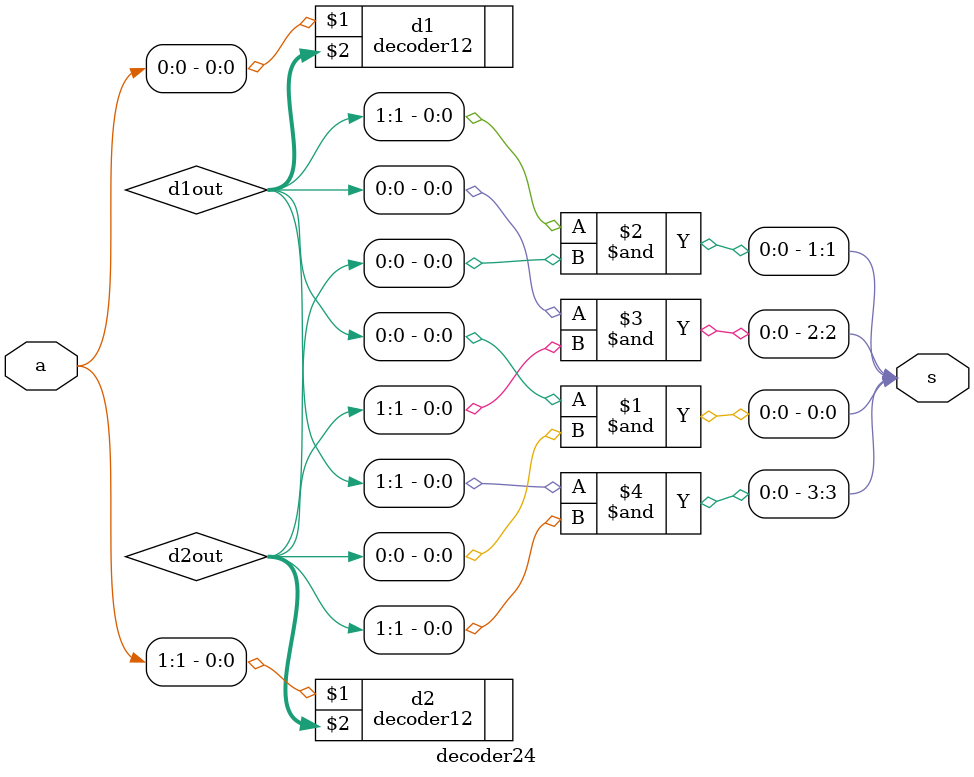
<source format=v>
module decoder24(a, s);
    input [1:0] a;
    wire [1:0] d1out;
    wire [1:0] d2out;
    output [3:0] s;

    decoder12 d1(a[0], d1out);
    decoder12 d2(a[1], d2out);
    and a1(s[0], d1out[0], d2out[0]);
    and a2(s[1], d1out[1], d2out[0]);
    and a3(s[2], d1out[0], d2out[1]);
    and a4(s[3], d1out[1], d2out[1]);
endmodule

</source>
